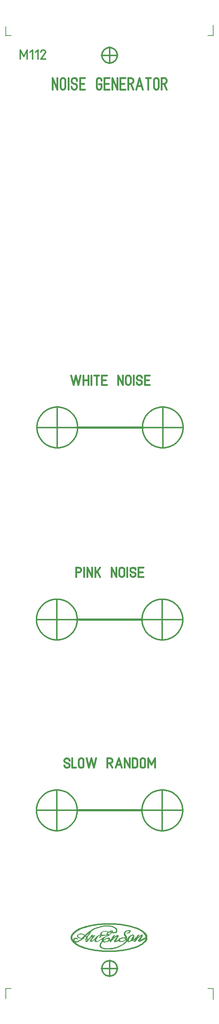
<source format=gbr>
G04 CAM350/DFMSTREAM V12.1 (Build 1022) Date:  Tue Sep 28 20:34:12 2021 *
G04 Database: d:\mes documents\projects\modular synth\m112 noise generator\front panel design\cam350\m112.cam *
G04 Layer 12: M112frontpanel.gbr *
%FSLAX23Y23*%
%MOIN*%
%SFA1.000B1.000*%

%MIA0B0*%
%IPPOS*%
%ADD10C,0.00551*%
%ADD11C,0.00787*%
%ADD12C,0.01024*%
%ADD13C,0.01102*%
%ADD14C,0.01181*%
%ADD15C,0.01260*%
%ADD16C,0.01496*%
%ADD17C,0.01654*%
%ADD18C,0.01969*%
%LNM112frontpanel.gbr*%
%LPD*%
G54D10*
X960Y620D02*
G01X965Y625D01*
X968*
X970Y627*
X974Y628*
X979*
X981Y625*
X975Y626*
X973*
X970Y625*
X968Y624*
X966Y622*
X965Y619*
X969Y618*
X972Y616*
X978*
X888Y593D02*
G01X893Y592D01*
X896Y590*
X900Y589*
X905*
X910*
X916*
X921*
X926*
X931Y590*
X935Y592*
X940Y591*
X932Y589*
X924*
X918Y587*
X912Y586*
X905*
X893*
X942Y591D02*
G01X946Y594D01*
X950*
X954Y595*
X960Y597*
X965Y600*
X969Y601*
X973Y604*
X976Y605*
X977Y607*
X979Y610*
X989Y615*
X986Y611*
X979Y607*
X974Y604*
X970Y601*
X963Y598*
X958Y596*
X951Y594*
X797Y585D02*
G01X801Y591D01*
X804Y592*
X805Y593*
X818Y583D02*
G01X821Y586D01*
X827Y589*
X823Y585*
X895Y558D02*
G01X893Y551D01*
X892Y546*
Y541*
X891Y538*
X892Y535*
X894Y532*
X897Y530*
X900Y529*
X903Y527*
X906*
X909Y526*
X919*
X923Y527*
X929Y529*
X939Y532*
X947Y533*
X956Y538*
X967Y543*
X978Y551*
X975Y550*
X961Y542*
X962Y545*
X963Y553*
Y556*
Y559*
X959Y561*
X957Y563*
X951Y564*
X946Y563*
X940Y561*
X932Y557*
X923Y553*
X914Y548*
X907Y543*
X902Y540*
X901Y545*
X902Y549*
X904Y553*
X907Y557*
X908Y561*
X914Y565*
X918Y568*
X921Y571*
X927Y574*
X904Y563D02*
G01X898Y552D01*
X896Y542*
X897Y534*
X902Y538*
X900Y539*
X901Y537*
X904Y541*
X900Y537D02*
G01X904Y540D01*
X912Y545*
X921Y551*
X929Y555*
X932Y557*
X936Y559*
X941*
X947*
X951Y558*
X954Y556*
X955Y552*
Y549*
X953Y545*
X951Y541*
X949Y539*
X946Y537*
X942Y533*
X937Y532*
X931Y530*
X926Y529*
X919*
X913*
X909Y530*
X907Y531*
X906Y532*
X903Y534*
X901Y532*
X953Y561D02*
G01X959Y557D01*
Y548*
X957Y540*
X978Y548D02*
G01Y552D01*
X997Y583*
X999Y585*
X1004Y586*
X1002Y585*
X1006Y587*
X1008*
X1010*
X999Y573*
X994Y559*
X998Y561*
X1002Y564*
Y565*
X1010Y572*
X1018Y577*
X1022Y581*
X1026Y584*
X1030Y586*
X1032Y587*
X1033Y588*
X1037*
X1040Y585*
X1041Y584*
Y580*
X1036Y571*
X1018Y542*
X1017Y539*
Y536*
X1019Y534*
X1022Y533*
X1026Y534*
X1030Y537*
X1036Y540*
X1041Y543*
X1044Y545*
X1045Y548*
X1047Y550*
X1049Y553*
X1053Y557*
X1058Y559*
X1063Y561*
X1069Y563*
X1074Y565*
X1080*
X1087*
X1093*
X1098*
X1103Y564*
X1108Y561*
X1116Y553*
X1121Y542*
X974Y545D02*
G01X970Y539D01*
X964Y528*
X972Y529*
X977Y534*
X986Y545*
X998Y558*
X1009Y569*
X1018Y576*
X1024Y580*
X1030Y581*
X1031Y580*
X1029Y573*
X1011Y545*
X1006Y538*
Y535*
Y531*
Y530*
X1008Y528*
X1010Y527*
X1015Y528*
X1018Y529*
X1032Y534*
X1041Y539*
X1045*
X1046Y537*
X1047Y535*
X1049Y533*
X1053Y532*
X1056Y531*
X1061Y530*
X1074Y531*
X1081Y532*
X1087Y533*
X1095Y537*
X1101Y541*
X1108Y546*
X1112Y550*
X1109Y557*
X1108Y558*
X1106Y560*
X1103Y561*
X1097Y563*
X1094Y564*
X1088*
X1081Y563*
X1073Y561*
X1068Y559*
X1064Y557*
X1060Y555*
X1057Y551*
X1055Y547*
X1054Y543*
Y539*
X1057Y536*
X1060Y533*
X1063Y532*
X1067*
X1076*
X1082*
X1089Y534*
X1094Y538*
X1100Y542*
X1104Y546*
X1106Y550*
X1108Y553*
X1109Y556*
X1057Y555D02*
G01X1051Y549D01*
X1045Y543*
X1049*
X1052Y537*
X1019Y531D02*
G01X1013Y532D01*
X1010Y533*
X1012Y536*
X1025Y561*
X1037Y582*
X1033Y583*
X1002Y584D02*
G01X970Y533D01*
X994Y560*
X895Y537D02*
G01X892Y533D01*
X884Y522*
X879Y514*
X874Y506*
X873Y500*
Y490*
X874Y485*
X876Y481*
X880Y476*
X885Y472*
X892Y469*
X897Y467*
X907Y465*
X904Y467D02*
G01X907Y465D01*
X916Y463*
X922*
X960Y462*
X985Y463*
X995Y466*
X1008Y469*
X1020Y472*
X1015Y470D02*
G01X1024Y474D01*
X1041Y480*
X1054Y486*
X1066Y491*
X1080Y499*
X1090Y506*
X1100Y513*
X1106Y519*
X1111Y524*
X1115Y529*
X1118Y533*
X1120Y538*
X1115Y546*
X1114Y541*
X1112Y535*
X1108Y530*
X1103Y522*
X1096Y516*
X1085Y506*
X1075Y500*
X1065Y494*
X1055Y490*
X1043Y484*
X1031Y478*
X1018Y474*
X1003Y471*
X994Y469*
X984Y468*
X973Y467*
X963Y466*
X941Y465*
X932Y466*
X922*
X915Y467*
X907Y469*
X900Y471*
X894Y473*
X890Y476*
X887Y478*
X884Y482*
X882Y485*
X880Y488*
X879Y491*
Y495*
Y500*
X880Y505*
X881Y510*
X884Y516*
X888Y521*
X891Y526*
X895Y531*
X874Y496D02*
G01X880Y482D01*
X888Y474*
X1108Y522D02*
G01X1120Y541D01*
X1108Y558D02*
G01X1109Y563D01*
X1110Y565*
Y569*
X1108Y572*
X1100Y585*
X1097Y591*
X1096Y594*
X1094Y596*
Y603*
X1096Y608*
X1097Y612*
X1101Y616*
X1106Y621*
X1111Y624*
X1117Y628*
X1122Y629*
X1128Y631*
X1132Y632*
X1145*
X1149*
X1152Y628*
X1153Y626*
X1152Y622*
X1150Y617*
X1146Y613*
X1140Y610*
X1134Y608*
X1128*
X1124Y607*
X1119*
X1121Y608*
X1126*
X1127*
X1136Y611*
X1140Y614*
X1142Y616*
X1144Y619*
X1145Y621*
Y624*
X1144Y626*
X1143Y628*
X1141*
X1139Y629*
X1136Y630*
X1131*
X1128*
X1125Y629*
X1120Y628*
X1116Y625*
X1112Y623*
X1108Y619*
X1105Y615*
X1104Y611*
X1103Y605*
X1104Y600*
X1106Y595*
X1116Y580*
X1120Y575*
Y569*
Y563*
X1118Y560*
X1116Y556*
X1113Y558*
X1116Y572*
X1113*
X1111Y580*
X1108Y581*
X1102Y593*
X1099Y600*
X1100Y611*
X1107Y621*
X1116Y627*
X1124Y629*
X1132Y631*
X1143*
X1148Y628*
Y620*
X1124Y542D02*
G01Y546D01*
X1125Y548*
X1126Y551*
X1128Y556*
X1130Y560*
X1136Y568*
X1140Y572*
X1145Y577*
X1150Y581*
X1156Y585*
X1160Y587*
X1166Y590*
X1171Y591*
X1176Y592*
X1181Y590*
X1183Y589*
X1186Y585*
X1187Y581*
Y577*
X1186Y571*
X1183Y564*
X1181Y560*
X1178Y555*
X1175Y551*
X1171Y549*
X1173Y547*
X1160Y538*
X1156Y534*
X1150Y532*
X1144Y531*
X1140Y530*
X1134*
X1131*
X1128Y532*
X1126Y534*
X1124Y537*
X1135Y541*
Y543*
X1136Y548*
X1138Y553*
X1140Y557*
X1144Y564*
X1147Y569*
X1150Y573*
X1153Y577*
X1157Y580*
X1159Y583*
X1163Y585*
X1167Y587*
X1170Y589*
X1173*
X1176Y587*
X1178Y585*
X1179Y581*
Y577*
Y573*
X1178Y574*
X1173Y568*
X1169Y563*
X1166Y557*
X1164Y552*
X1163Y547*
X1161Y545*
X1158Y541*
X1154Y537*
X1150Y534*
X1147Y533*
X1143Y532*
X1140Y533*
X1139Y534*
X1136Y535*
X1135Y539*
X1129Y536*
X1135Y533*
X1128Y541*
X1130Y545*
X1136Y560*
X1148Y574*
X1160Y586*
X1169Y589*
X1178*
X1183Y581*
X1181Y569*
X1163Y543*
X1179Y569*
X1250Y628D02*
G01X1264Y618D01*
X1276Y608*
X1283Y598*
X1289Y592*
X1293Y582*
X1296Y572*
X1292Y554*
X1291Y547*
X1270Y514D02*
G01X1278Y528D01*
X1284Y536*
X1288Y541*
X1289Y545*
X1292Y552*
X1281Y616D02*
G01X1285Y612D01*
X1294Y601*
X1300Y594*
X1304Y586*
X1306Y579*
X1307Y572*
X1306Y558*
Y554*
X1304Y547*
X1300Y539*
X1295Y532*
X1289Y526*
X1161Y542D02*
G01X1165Y539D01*
X1170Y537*
X1172Y538*
X1176Y540*
X1180Y542*
X1194Y554*
X1199Y553*
Y550*
Y549*
X1187Y531*
X1195Y532*
X1198Y533*
X1203Y540*
X1211Y549*
X1219Y561*
X1226Y566*
X1233Y573*
X1239Y578*
X1245Y582*
X1248Y584*
X1253*
X1252Y577*
X1248Y572*
X1229Y542*
X1227Y537*
X1228Y534*
X1229Y532*
X1231Y531*
X1234*
X1238Y532*
X1241*
X1292Y559*
X1299Y571*
X1294Y568*
X1239Y539*
X1242Y546*
X1262Y577*
X1263Y583*
X1264Y586*
X1263Y589*
X1261Y591*
X1257*
X1252Y589*
X1246Y586*
X1238Y580*
X1223Y566*
X1219Y561*
X1220Y570*
Y573*
X1231Y590*
Y591*
X1226Y590*
X1222Y589*
X1219Y585*
X1214Y575*
X1196Y559*
X1185Y549*
X1180Y545*
X1178Y544*
X1175Y545*
X1170Y541*
X1175*
X1183Y546*
X1191Y553*
X1202Y558*
X1200Y549*
X1194Y536*
X1217Y563*
X1203Y553*
X1219Y570*
X1202Y559*
X1219Y575*
X1226Y587*
X1212Y561*
X1222Y566*
X1225Y568*
X1230Y572*
X1238Y579*
X1246Y585*
X1256Y588*
X1261Y587*
X1230Y536*
X1236Y538*
X1234Y533*
X1292Y563*
X1234Y533*
X1235Y542*
X1258Y585*
X1100Y590D02*
G01X1108Y577D01*
X1116Y574*
X1115Y569D02*
G01X1111Y583D01*
X1104Y594*
X1096Y597*
X1104Y587*
X1116Y559*
X1112Y549*
X1120Y543*
X1128Y539*
X1132Y558*
X896Y545D02*
G01X897Y533D01*
X905Y530*
G54D11*
X1914Y8864D02*
G01X1864D01*
X1915Y99D02*
G01Y0D01*
X1917Y8866D02*
G01Y8963D01*
X4Y8863D02*
G01Y8947D01*
Y103D02*
G01Y4D01*
X736Y586D02*
G01X734Y589D01*
X729Y592*
X723Y594*
X720Y596*
X715Y598*
X710Y600*
X703*
X699Y601*
X691*
X684Y600*
X679Y599*
X675Y596*
X671Y594*
X668Y590*
X666Y586*
X665Y581*
Y579*
X667Y575*
X665Y577*
X667Y573*
X671Y570*
X667Y573*
X669Y571*
X671Y569*
X675Y567*
X679Y565*
X682Y564*
X686Y562*
Y561*
X691*
X698Y560*
X713Y559*
X728Y560*
X730*
X700Y559*
X691Y561*
X685Y563*
X680Y565*
X675Y569*
X673Y570*
X671Y572*
Y573*
X670Y576*
Y578*
Y581*
Y585*
Y587*
X671Y591*
X674Y594*
X678Y596*
X683Y598*
X689Y600*
X695*
X704*
X713Y598*
X718Y596*
X720Y594*
X727Y591*
X730Y589*
X734Y586*
X728Y581*
X713Y565*
X707Y561*
X723Y573D02*
G01X735Y589D01*
X742Y594*
X749Y600*
X754Y604*
X757Y608*
X734Y585D02*
G01X738Y581D01*
X745Y576*
X750Y569*
X747Y564*
X745Y559*
X743Y555*
X742Y550*
Y545*
Y541*
X743Y536*
X746Y532*
X747Y531*
X749Y530*
X751*
X754Y532*
X759Y536*
X770Y549*
X775Y556*
X781Y561*
X789Y573*
X790Y574*
X789Y573*
X807Y575*
X806Y570*
X805Y567*
X799Y561*
X794Y555*
X790Y549*
X787Y545*
X785Y541*
X784Y537*
X783Y533*
X784Y532*
X786Y531*
X789*
X793*
X799Y533*
X805Y537*
X813Y544*
X821Y550*
X829Y559*
X837Y566*
X844Y574*
X848Y578*
X853Y581*
X858Y584*
X862Y586*
X867Y589*
X868*
X875*
X884*
X735Y588D02*
G01X740Y583D01*
X755Y566*
X747Y558*
X746Y554*
X744Y550*
X743Y545*
Y540*
X745Y536*
X746Y533*
X751Y535*
X752Y537*
X753Y538*
Y540*
X755Y544*
Y546*
X756Y549*
Y553*
Y562*
X757Y561*
Y557*
X758Y552*
Y544*
X761Y545*
X763*
X765Y547*
X769Y551*
X775Y557*
X781Y565*
X786Y572*
X789Y576*
X793Y581*
X796Y584*
X798Y587*
X802Y590*
X799Y585*
X802Y581*
X805*
X809*
X813Y582*
X817Y584*
X820Y585*
X824Y586*
X806Y563*
X796Y549*
X793Y544*
Y540*
X792Y537*
X795Y534*
X796*
X798Y533*
X792Y532*
X787Y536*
X750Y569D02*
G01X753Y574D01*
X758Y583*
X764Y593*
X770Y600*
X775Y608*
X780Y614*
X782Y619*
X790Y623*
X784Y614*
X779Y605*
X773Y596*
X766Y589*
X762Y581*
X754Y569*
X785Y617D02*
G01X791Y624D01*
X795Y628*
X798Y631*
X802Y634*
X806Y637*
X809Y639*
X812Y641*
X815Y643*
X818Y644*
X823Y648*
X826*
X830Y651*
X833Y652*
X838Y655*
X634Y535D02*
G01Y541D01*
X633Y544*
X632Y546*
X633Y549*
X635Y551*
X636Y553*
X638Y554*
X640Y556*
X642Y557*
X647Y559*
X652*
X825Y555D02*
G01Y548D01*
X826Y539*
Y536*
X828Y533*
X829Y532*
X832Y531*
X835Y530*
X838*
X841*
X848Y532*
X853Y533*
X859Y535*
X864Y539*
X872Y545*
X880Y549*
X884Y552*
X890Y556*
X899Y561*
X909Y567*
X915Y570*
X918Y572*
X923Y574*
X928Y577*
X934Y579*
X939Y581*
X944Y582*
X950Y584*
X954*
X958Y585*
X960*
X955Y586*
X952Y588*
X947Y591*
X945Y594*
X944*
X943Y596*
X944Y600*
Y603*
X945Y605*
X946Y608*
X948Y612*
X951Y614*
X956Y620*
X961Y622*
X965Y624*
X864Y587D02*
G01X860Y584D01*
X856Y580*
X851Y575*
X847Y570*
X844Y566*
X841Y560*
X838Y555*
X836Y549*
X835Y545*
Y541*
X836Y537*
X837Y535*
X840Y533*
X842*
X845Y532*
X848*
X851Y533*
X853*
X840Y565D02*
G01X832Y553D01*
X831Y546*
X832Y535*
X795Y577D02*
G01X813Y578D01*
X870Y571D02*
G01X868D01*
X873Y574*
X875Y576*
X876Y580*
X877Y582*
Y585*
X876Y588*
X874Y589*
X871*
X869Y571D02*
G01Y570D01*
X874Y572*
X878Y573*
X880Y576*
X883Y579*
X884Y581*
Y583*
X887Y586*
X891Y588*
X892Y587*
X880Y592*
Y593*
Y601*
Y604*
X882Y608*
X884Y610*
X885Y613*
X889Y616*
X892Y619*
X896Y620*
X900Y623*
X905Y624*
X909Y625*
X915*
X922*
X927*
X931Y624*
X938Y623*
X943Y622*
X948Y620*
X951*
X956*
X892Y589D02*
G01Y591D01*
X888Y593*
Y594*
Y595*
X887Y596*
X886Y598*
Y600*
Y604*
X887Y606*
X888Y608*
Y611*
X890Y613*
X892Y616*
X894Y619*
X897Y620*
X900Y622*
X952Y618D02*
G01X947Y614D01*
X943Y612*
X941Y609*
X939Y606*
X938Y604*
X937Y600*
Y595*
Y592*
X939*
X945Y587*
X962Y621D02*
G01X966Y624D01*
X959Y618*
X960*
X967Y616*
X973Y615*
X979Y614*
X989Y615*
X985D02*
G01X986Y616D01*
Y619*
Y621*
X985Y624*
X983Y625*
X982Y626*
X979Y627*
X985*
X989Y625*
X990Y624*
X991Y623*
X990Y620*
X1914Y100D02*
G01X1864D01*
X56D02*
G01X6D01*
X55Y8864D02*
G01X5D01*
G54D12*
X624Y530D02*
G01X626Y540D01*
X628Y545*
X629Y549*
X630Y553*
X632Y556*
X635Y558*
X636Y559*
X639Y560*
X641Y561*
X659Y530D02*
G01X669Y533D01*
X678Y538*
X685Y541*
X692Y546*
X701Y553*
X715Y565*
X744Y594*
X754Y603*
X766Y614*
X774Y621*
X785Y629*
X798Y638*
X810Y644*
X827Y652*
X844Y657*
X860Y663*
X878Y667*
X894Y671*
X907Y674*
X918Y675*
X954*
X966Y674*
X974Y672*
X989Y667*
X1002Y662*
X1013Y655*
X1019Y649*
X1024Y644*
X1026Y636*
Y628*
X1025Y623*
X1022Y620*
X1018Y616*
X1010Y614*
X998Y613*
X990*
X1011Y656D02*
G01X1018Y651D01*
X1021Y647*
X1023Y642*
X1025Y635*
Y630*
X1023Y624*
X1022Y620*
X1019Y619*
X1017Y617*
X781Y458D02*
G01X744Y469D01*
X712Y481*
X696Y487*
X683Y493*
X671Y500*
X663Y504*
X657Y508*
X653Y511*
X647Y515*
X644Y518*
Y520*
X639Y529*
X704Y554D02*
G01X719Y566D01*
X723Y572*
X731Y579*
X739Y589*
X747Y595*
X753Y601*
X758Y608*
G54D13*
X660Y532D02*
G01X659Y531D01*
X658*
X657*
Y531*
Y530*
X656*
X655*
X654*
X653*
X652*
X651*
X650*
X649*
X648*
Y531*
X647*
X646*
X645*
Y532*
X644*
X643*
X642*
X641*
Y533*
X640*
X639Y534*
X638*
X637Y535*
X636Y536*
Y537*
X635*
X634*
Y538*
Y539*
X633*
Y540*
Y541*
X632*
Y542*
Y543*
Y544*
X631*
Y545*
Y546*
Y547*
Y548*
Y549*
X632*
Y550*
Y551*
Y552*
Y553*
X633*
X634Y554*
Y555*
X635*
Y556*
X636Y557*
X637*
X638Y558*
X639*
X640Y559*
X641*
Y560*
X642*
X643*
X644Y561*
X645*
X646*
X647*
X648*
X649*
X650*
X651*
X652*
X653*
X654*
Y560*
X655*
X656*
X657*
Y559*
X658*
X659*
Y558*
X660*
X661*
Y557*
X662*
X663*
Y556*
X664*
X665Y555*
G54D14*
X887Y283D02*
G01X1036D01*
X887*
X632Y3388D02*
G01X630Y3385D01*
X628Y3382*
X626Y3380*
X624Y3376*
X621Y3373*
X619Y3371*
X616Y3368*
X613Y3365*
X611Y3363*
X608Y3360*
X606Y3357*
X603Y3355*
X600Y3352*
X597Y3350*
X595Y3348*
X593Y3345*
X589Y3344*
X587Y3341*
X584Y3340*
X581Y3337*
X577Y3335*
X574Y3333*
X571Y3331*
X568Y3329*
X565Y3328*
X561Y3325*
X558Y3324*
X555Y3322*
X551Y3321*
X548Y3319*
X545Y3318*
X541Y3317*
X537Y3316*
X533Y3314*
X531Y3313*
X527Y3312*
X524Y3311*
X520Y3310*
X517Y3309*
X513*
X509Y3308*
X506Y3307*
X502*
X498Y3306*
X494*
X490Y3305*
X487*
X483*
X479*
X476*
X472*
X469*
X466*
X462*
X458Y3306*
X455*
X451Y3307*
X447*
X443Y3308*
X439Y3309*
X435*
X432Y3310*
X428Y3311*
X425Y3312*
X421Y3313*
X418Y3314*
X415Y3316*
X411Y3317*
X407Y3318*
X404Y3320*
X401Y3321*
X398Y3322*
X395Y3324*
X392Y3325*
X388Y3328*
X384Y3329*
X381Y3331*
X378Y3333*
X375Y3335*
X372Y3337*
X368Y3340*
X365Y3341*
X363Y3344*
X360Y3345*
X356Y3348*
X354Y3350*
X351Y3352*
X348Y3355*
X346Y3357*
X344Y3360*
X341Y3363*
X339Y3365*
X337Y3368*
X334Y3371*
X332Y3373*
X329Y3376*
X327Y3380*
X325Y3382*
X323Y3385*
X321Y3388*
X318Y3392*
X317Y3395*
X314Y3398*
X313Y3401*
X311Y3404*
X309Y3407*
X307Y3411*
X305Y3414*
X304Y3417*
X302Y3421*
X301Y3424*
X300Y3427*
X299Y3431*
X297Y3435*
Y3438*
X295Y3442*
X294Y3445*
X293Y3449*
Y3452*
X292Y3456*
X291Y3460*
X290Y3463*
Y3467*
X289Y3470*
Y3474*
Y3478*
Y3482*
Y3485*
Y3489*
X288Y3493*
X289Y3496*
Y3500*
Y3504*
Y3507*
Y3511*
Y3515*
X290Y3518*
Y3522*
X291Y3526*
X292Y3530*
X293Y3533*
Y3536*
X294Y3540*
X295Y3543*
X297Y3547*
Y3550*
X299Y3554*
X300Y3557*
X301Y3561*
X303Y3565*
X304Y3568*
X305Y3572*
X307Y3575*
X309Y3578*
X311Y3581*
X313Y3585*
X314Y3588*
X317Y3591*
X318Y3594*
X321Y3596*
X323Y3600*
X325Y3603*
X327Y3605*
X329Y3608*
X332Y3612*
X334Y3614*
X337Y3617*
X339Y3620*
X341Y3623*
X344Y3625*
X346Y3628*
X348Y3630*
X351Y3633*
X354Y3636*
X356Y3638*
X360Y3640*
X363Y3643*
X365Y3644*
X368Y3647*
X372Y3649*
X375Y3652*
X378Y3653*
X381Y3655*
X384Y3657*
X388Y3658*
X392Y3659*
X395Y3661*
X398Y3663*
X401Y3664*
X405Y3666*
X407Y3667*
X411Y3668*
X415Y3670*
X418Y3671*
X421*
X425Y3673*
X428Y3674*
X432Y3675*
X435*
X439Y3676*
X443Y3677*
X447Y3678*
X451*
X455Y3679*
X458*
X462*
X466*
X469*
X472*
X476*
X479*
X483*
X487*
X490*
X494*
X498*
X502Y3678*
X506*
X509Y3677*
X513Y3676*
X517Y3675*
X520*
X524Y3674*
X527Y3673*
X531Y3671*
X533*
X537Y3670*
X541Y3668*
X545Y3667*
X548Y3666*
X551Y3664*
X555Y3663*
X558Y3661*
X561Y3659*
X565Y3658*
X568Y3657*
X571Y3655*
X574Y3653*
X577Y3652*
X581Y3649*
X584Y3647*
X587Y3644*
X589Y3643*
X593Y3640*
X595Y3638*
X597Y3636*
X600Y3633*
X603Y3630*
X606Y3628*
X608Y3625*
X611Y3623*
X613Y3620*
X616Y3617*
X619Y3614*
X621Y3612*
X624Y3608*
X626Y3605*
X628Y3603*
X630Y3600*
X632Y3596*
X635Y3594*
X636Y3591*
X638Y3588*
X640Y3585*
X642Y3581*
X644Y3578*
X645Y3575*
X647Y3572*
X648Y3568*
X650Y3565*
X651Y3561*
X652Y3557*
X654Y3554*
X655Y3550*
X656Y3547*
X657Y3543*
Y3540*
X658Y3536*
X659Y3533*
Y3530*
X660Y3526*
X661Y3522*
Y3518*
X662Y3515*
Y3511*
X663Y3507*
Y3504*
Y3500*
Y3496*
Y3493*
Y3489*
Y3485*
Y3482*
Y3478*
X662Y3474*
Y3470*
X661Y3467*
Y3463*
X660Y3460*
X659Y3456*
Y3452*
X658Y3449*
X657Y3445*
Y3442*
X656Y3438*
X655Y3435*
X654Y3431*
X652Y3427*
X651Y3424*
X650Y3420*
X648Y3417*
X647Y3414*
X645Y3411*
X644Y3407*
X642Y3404*
X640Y3401*
X638Y3398*
X636Y3395*
X635Y3392*
X632Y3388*
X288Y3493D02*
G01X663D01*
X475Y3680D02*
G01X476Y3305D01*
X1603Y3388D02*
G01X1600Y3385D01*
X1599Y3382*
X1596Y3380*
X1594Y3376*
X1593Y3373*
X1590Y3371*
X1588Y3368*
X1585Y3365*
X1583Y3363*
X1580Y3360*
X1577Y3357*
X1575Y3355*
X1572Y3352*
X1569Y3350*
X1566Y3348*
X1563Y3345*
X1561Y3344*
X1557Y3341*
X1554Y3340*
X1551Y3337*
X1548Y3335*
X1545Y3333*
X1541Y3331*
X1538Y3329*
X1535Y3328*
X1532Y3325*
X1530Y3324*
X1526Y3322*
X1522Y3321*
X1519Y3319*
X1516Y3318*
X1512Y3317*
X1509Y3316*
X1505Y3314*
X1502Y3313*
X1498Y3312*
X1494Y3311*
X1490Y3310*
X1487Y3309*
X1483*
X1479Y3308*
X1476Y3307*
X1472*
X1469Y3306*
X1466*
X1462Y3305*
X1459*
X1455*
X1451*
X1447*
X1443*
X1440*
X1436*
X1433*
X1429Y3306*
X1425*
X1422Y3307*
X1418*
X1415Y3308*
X1411Y3309*
X1407*
X1404Y3310*
X1400Y3311*
X1397Y3312*
X1393Y3313*
X1390Y3314*
X1386Y3316*
X1383Y3317*
X1379Y3318*
X1376Y3320*
X1372Y3321*
X1368Y3322*
X1365Y3324*
X1362Y3325*
X1359Y3328*
X1356Y3329*
X1352Y3331*
X1349Y3333*
X1346Y3335*
X1344Y3337*
X1341Y3340*
X1337Y3341*
X1334Y3344*
X1332Y3345*
X1329Y3348*
X1325Y3350*
X1323Y3352*
X1320Y3355*
X1317Y3357*
X1314Y3360*
X1312Y3363*
X1309Y3365*
X1307Y3368*
X1305Y3371*
X1302Y3373*
X1300Y3376*
X1297Y3380*
X1295Y3382*
X1293Y3385*
X1291Y3388*
X1289Y3392*
X1287Y3395*
X1285Y3398*
X1283Y3401*
X1282Y3404*
X1281Y3407*
X1279Y3411*
X1278Y3414*
X1276Y3417*
X1274Y3421*
X1273Y3424*
X1272Y3427*
X1270Y3431*
X1269Y3435*
X1268Y3438*
X1267Y3442*
X1266Y3445*
X1265Y3449*
X1264Y3452*
X1263Y3456*
X1262Y3460*
Y3463*
Y3467*
X1261Y3470*
Y3474*
X1260Y3478*
Y3482*
Y3485*
Y3489*
Y3493*
Y3496*
Y3500*
Y3504*
Y3507*
X1261Y3511*
Y3515*
X1262Y3518*
Y3522*
Y3526*
X1263Y3530*
X1264Y3533*
X1265Y3536*
X1266Y3540*
X1267Y3543*
X1268Y3547*
X1269Y3550*
X1270Y3554*
X1272Y3557*
X1273Y3561*
X1274Y3565*
X1276Y3568*
X1278Y3572*
X1279Y3575*
X1281Y3578*
X1282Y3581*
X1283Y3585*
X1285Y3588*
X1287Y3591*
X1289Y3594*
X1291Y3596*
X1293Y3600*
X1295Y3603*
X1297Y3605*
X1300Y3608*
X1302Y3612*
X1305Y3614*
X1307Y3617*
X1309Y3620*
X1312Y3623*
X1315Y3625*
X1317Y3628*
X1320Y3630*
X1323Y3633*
X1325Y3636*
X1329Y3638*
X1332Y3640*
X1334Y3643*
X1337Y3644*
X1341Y3647*
X1344Y3649*
X1346Y3652*
X1349Y3653*
X1352Y3655*
X1356Y3657*
X1359Y3658*
X1362Y3659*
X1365Y3661*
X1368Y3663*
X1372Y3664*
X1376Y3666*
X1379Y3667*
X1383Y3668*
X1386Y3670*
X1390Y3671*
X1393*
X1397Y3673*
X1400Y3674*
X1404Y3675*
X1407*
X1411Y3676*
X1415Y3677*
X1418Y3678*
X1422*
X1425Y3679*
X1429*
X1433*
X1436*
X1440*
X1443*
X1447*
X1451*
X1455*
X1459*
X1462*
X1466*
X1469*
X1472Y3678*
X1476*
X1479Y3677*
X1483Y3676*
X1487Y3675*
X1490*
X1494Y3674*
X1498Y3673*
X1502Y3671*
X1505*
X1509Y3670*
X1512Y3668*
X1516Y3667*
X1519Y3666*
X1522Y3664*
X1526Y3663*
X1530Y3661*
X1532Y3659*
X1535Y3658*
X1538Y3657*
X1541Y3655*
X1545Y3653*
X1548Y3652*
X1551Y3649*
X1554Y3647*
X1557Y3644*
X1561Y3643*
X1563Y3640*
X1566Y3638*
X1569Y3636*
X1572Y3633*
X1575Y3630*
X1577Y3628*
X1581Y3625*
X1583Y3623*
X1585Y3620*
X1588Y3617*
X1590Y3614*
X1593Y3612*
X1594Y3608*
X1596Y3605*
X1599Y3603*
X1600Y3600*
X1603Y3596*
X1605Y3594*
X1607Y3591*
X1608Y3588*
X1611Y3585*
X1612Y3581*
X1614Y3578*
X1616Y3575*
X1617Y3572*
X1619Y3568*
X1620Y3565*
X1622Y3561*
X1623Y3557*
X1624Y3554*
X1626Y3550*
X1627Y3547*
X1628Y3543*
X1629Y3540*
X1630Y3536*
X1631Y3533*
X1632Y3530*
Y3526*
X1633Y3522*
Y3518*
X1634Y3515*
Y3511*
X1635Y3507*
Y3504*
Y3500*
Y3496*
Y3493*
Y3489*
Y3485*
Y3482*
Y3478*
X1634Y3474*
Y3470*
X1633Y3467*
Y3463*
X1632Y3460*
Y3456*
X1631Y3452*
X1630Y3449*
X1629Y3445*
X1628Y3442*
X1627Y3438*
X1626Y3435*
X1624Y3431*
X1623Y3427*
X1622Y3424*
X1620Y3420*
X1619Y3417*
X1617Y3414*
X1616Y3411*
X1614Y3407*
X1612Y3404*
X1611Y3401*
X1608Y3398*
X1607Y3395*
X1605Y3392*
X1603Y3388*
X1260Y3493D02*
G01X1635D01*
X1447Y3680D02*
G01Y3305D01*
X962Y358D02*
G01X961Y209D01*
X1020Y8644D02*
G01X1019D01*
X1018Y8642*
Y8641*
X1017Y8640*
X1016Y8639*
X1015Y8637*
X1014Y8636*
X1013*
X1012Y8635*
X1011Y8633*
X1010Y8632*
X1009*
X1008Y8631*
X1007Y8629*
X1006Y8628*
X1005*
X1003Y8627*
X1002Y8626*
X1001Y8625*
X1000Y8624*
X998*
Y8623*
X996Y8622*
X995Y8621*
X994Y8620*
X993*
X991*
X990Y8619*
X989Y8618*
X987*
X986Y8617*
X985*
X984Y8616*
X982*
X981*
X980Y8615*
X978*
X977*
X976Y8614*
X974*
X973*
X971Y8613*
X970*
X969*
X968Y8612*
X967*
X966*
X964*
X963*
X961*
X960*
X959*
X957*
X955*
Y8613*
X953*
X951*
X950*
X949Y8614*
X947*
X946*
X944Y8615*
X943*
X942*
X940Y8616*
X939*
X938*
X936Y8617*
X935*
X934Y8618*
X932*
X931Y8619*
X930Y8620*
X929*
X927*
Y8621*
X925Y8622*
X924Y8623*
X923Y8624*
X922*
X921Y8625*
X919Y8626*
Y8627*
X917Y8628*
X916*
X915Y8629*
X914Y8631*
X913Y8632*
X912*
X911Y8633*
X910Y8635*
X909Y8636*
X908*
X907Y8637*
Y8639*
X906Y8640*
X905Y8641*
X904Y8642*
Y8644*
X903*
X902Y8646*
X901Y8647*
X900Y8648*
Y8649*
X899Y8651*
Y8652*
X898Y8653*
X897Y8654*
X896Y8656*
Y8657*
Y8657*
X895Y8659*
X894Y8661*
X893Y8663*
X892Y8665*
Y8667*
Y8669*
Y8671*
X891Y8672*
Y8673*
Y8675*
Y8676*
Y8678*
Y8679*
Y8680*
Y8682*
X890Y8683*
X891Y8684*
Y8686*
Y8687*
Y8689*
Y8690*
Y8691*
Y8693*
Y8695*
X892*
Y8697*
Y8699*
Y8700*
Y8701*
X893Y8703*
Y8704*
X894Y8706*
X895Y8707*
Y8708*
X896Y8710*
Y8711*
Y8712*
X897Y8714*
X898Y8715*
X899Y8716*
Y8717*
X900Y8719*
X901Y8720*
X902Y8721*
X903Y8722*
X904Y8723*
Y8725*
X905Y8726*
X906Y8727*
X907Y8728*
Y8729*
X908Y8730*
X909Y8731*
X910Y8732*
X911Y8734*
X912*
X913Y8735*
X914Y8736*
X915Y8737*
X916Y8738*
X917*
X919Y8739*
Y8740*
X921Y8741*
X922Y8742*
X923*
X924Y8743*
X925Y8744*
X927Y8745*
Y8746*
X929*
X930*
X931Y8747*
X932Y8748*
X934Y8749*
X935*
X936Y8750*
X938*
X939*
X940Y8751*
X942*
X943Y8752*
X944*
X946Y8753*
X947*
X949*
X950Y8754*
X951*
X953*
X955*
X957*
X959*
X960*
X961*
X963*
X964*
X966*
X967*
X968*
X969*
X970*
X971*
X973Y8753*
X974*
X976*
X977Y8752*
X978*
X980Y8751*
X981*
X982Y8750*
X984*
X985*
X986Y8749*
X988Y8748*
X989*
X990Y8747*
X991Y8746*
X993*
X994*
X995Y8745*
X996Y8744*
X998Y8743*
Y8742*
X1000*
X1001Y8741*
X1002Y8740*
X1003Y8739*
X1005Y8738*
X1006*
X1007Y8737*
X1008Y8736*
X1009Y8735*
X1010Y8734*
X1011Y8733*
X1012Y8732*
X1013Y8731*
X1014Y8730*
X1015Y8729*
X1016Y8728*
X1017Y8727*
X1018Y8726*
Y8725*
X1019Y8723*
X1020Y8722*
X1021Y8721*
X1022Y8720*
Y8719*
X1023*
X1024Y8717*
Y8716*
X1025Y8715*
X1026Y8714*
Y8712*
Y8711*
X1027Y8710*
Y8708*
X1028Y8707*
X1029Y8706*
Y8704*
X1030Y8703*
Y8701*
Y8700*
Y8699*
Y8697*
Y8695*
X1031*
Y8693*
Y8691*
X1032Y8690*
Y8689*
Y8687*
Y8686*
Y8684*
Y8683*
Y8682*
Y8680*
Y8679*
Y8678*
X1031Y8676*
Y8675*
Y8673*
Y8672*
X1030Y8671*
Y8669*
Y8667*
Y8665*
Y8663*
X1029*
Y8661*
X1028Y8659*
X1027*
Y8657*
X1026Y8656*
Y8654*
X1025Y8653*
X1024Y8652*
Y8651*
X1023Y8649*
X1022Y8648*
Y8647*
X1021Y8646*
X1020Y8644*
X887Y8683D02*
G01X1036D01*
X887*
X962Y8758D02*
G01X961Y8608D01*
X1020Y244D02*
G01X1019Y243D01*
X1018Y242*
Y241*
X1017Y239*
X1016Y238*
X1015Y237*
X1014Y236*
X1013Y235*
X1012Y234*
X1011Y233*
X1010Y232*
X1009Y231*
X1008Y230*
X1007Y229*
X1006Y228*
X1005Y227*
X1003Y226*
X1002*
X1001Y225*
X1000Y224*
X998Y223*
Y222*
X996*
X995Y221*
X994Y220*
X993*
X991Y219*
X990*
X989*
X987*
X986Y218*
X985*
X984Y217*
X982Y216*
X981*
X980Y215*
X978*
X977*
X976*
X974*
X973*
X971Y214*
X970*
X969*
X968*
X967Y213*
X966*
X964*
X963*
X961*
X960*
X959*
X957*
X955*
Y214*
X953*
X951*
X950*
X949Y215*
X947*
X946*
X944*
X943*
X942*
X940Y216*
X939*
X938Y217*
X936Y218*
X935*
X934Y219*
X932*
X931*
X930*
X929Y220*
X927*
Y221*
X925Y222*
X924*
X923Y223*
X922Y224*
X921Y225*
X919Y226*
X917Y227*
X916Y228*
X915Y229*
X914Y230*
X913Y231*
X912Y232*
X911Y233*
X910Y234*
X909Y235*
X908Y236*
X907Y237*
Y238*
X906Y239*
X905Y241*
X904Y242*
Y243*
X903Y244*
X902Y246*
X901*
X900Y248*
Y249*
X899Y250*
Y251*
X898Y253*
X897Y254*
X896Y255*
Y257*
Y258*
X895Y259*
Y260*
X894Y262*
X893Y263*
Y264*
X892Y266*
Y267*
Y268*
Y270*
Y271*
X891Y273*
Y274*
Y275*
Y277*
Y278*
Y279*
Y281*
Y282*
X890Y283*
X891Y284*
Y285*
Y287*
Y289*
Y291*
Y293*
Y294*
X892Y295*
Y297*
Y298*
Y300*
Y301*
X893Y302*
Y304*
X894Y305*
X895Y306*
Y308*
X896Y309*
Y310*
Y312*
X897Y313*
X898Y314*
X899Y316*
Y317*
X900Y318*
Y319*
X901Y321*
X902*
X903Y323*
X904Y324*
Y325*
X905Y326*
X906Y328*
X907Y329*
Y329*
X908Y331*
X909Y332*
X910Y333*
X911Y334*
X912Y335*
X913Y336*
X914Y337*
X915*
X916Y338*
X917Y339*
X919Y340*
Y341*
X921*
X922Y342*
X923Y343*
X924Y344*
X925*
X927*
Y345*
X929*
X930Y346*
X931Y347*
X932Y348*
X934*
X935*
X936Y349*
X938*
X939Y350*
X940Y351*
X942*
X943Y352*
X944*
X946*
X947*
X949*
X950Y353*
X951*
X953*
X955*
X957*
X959*
X960*
X961*
X963*
X964*
X966*
X967*
X968*
X969*
X970*
X971*
X973Y352*
X974*
X976*
X977*
X978*
X980Y351*
X981*
X982Y350*
X984Y349*
X985*
X986Y348*
X988*
X989*
X990Y347*
X991Y346*
X993Y345*
X994*
X995Y344*
X996*
X998*
Y343*
X1000Y342*
X1001Y341*
X1002*
X1003Y340*
X1005Y339*
X1006Y338*
X1007Y337*
X1008*
X1009Y336*
X1010Y335*
X1011Y333*
X1012*
X1013Y332*
X1014Y331*
X1015Y329*
X1016*
X1017Y328*
X1018Y326*
Y325*
X1019Y324*
X1020Y323*
X1021Y321*
X1022*
Y319*
X1023Y318*
X1024Y317*
Y316*
X1025Y314*
X1026Y313*
Y312*
Y310*
X1027Y309*
Y308*
X1028Y306*
X1029Y305*
Y304*
X1030Y302*
Y301*
Y300*
Y298*
Y297*
Y295*
X1031Y294*
Y293*
Y291*
X1032Y289*
Y287*
Y285*
Y284*
Y283*
Y282*
Y281*
Y279*
Y278*
X1031Y277*
Y275*
Y274*
Y273*
X1030Y271*
Y270*
Y268*
Y267*
Y266*
Y264*
X1029Y263*
Y262*
X1028Y260*
X1027Y259*
Y258*
X1026Y256*
Y255*
Y254*
X1025Y253*
X1024Y251*
Y250*
X1023Y249*
X1022Y248*
Y246*
X1021*
X1020Y244*
X636Y5156D02*
G01X634Y5152D01*
X632Y5149*
X630Y5147*
X628Y5144*
X625Y5140*
X623Y5138*
X620Y5135*
X617Y5132*
X615Y5129*
X612Y5127*
X610Y5124*
X607Y5122*
X604Y5119*
X601Y5116*
X599Y5114*
X596Y5112*
X593Y5109*
X591Y5108*
X588Y5105*
X585Y5103*
X581Y5100*
X578Y5099*
X575Y5097*
X572Y5095*
X569Y5094*
X565Y5093*
X561Y5091*
X558Y5089*
X555Y5088*
X551Y5086*
X548Y5085*
X545Y5084*
X541Y5082*
X537Y5081*
X534*
X531Y5079*
X528Y5078*
X524Y5077*
X521*
X517Y5076*
X513Y5075*
X510Y5074*
X506*
X502Y5073*
X498*
X494*
X491*
X487*
X483*
X480Y5072*
X476Y5073*
X472*
X469*
X466*
X462*
X459*
X455Y5074*
X451*
X447Y5075*
X443Y5076*
X439Y5077*
X436*
X432Y5078*
X429Y5079*
X425Y5081*
X422*
X419Y5082*
X415Y5084*
X411Y5085*
X407Y5086*
X405Y5088*
X402Y5089*
X399Y5091*
X396Y5093*
X392Y5094*
X388Y5095*
X385Y5097*
X382Y5099*
X379Y5100*
X376Y5103*
X372Y5105*
X369Y5108*
X367Y5109*
X364Y5112*
X360Y5114*
X358Y5116*
X355Y5119*
X352Y5122*
X350Y5124*
X347Y5127*
X344Y5129*
X343Y5132*
X341Y5135*
X338Y5138*
X336Y5140*
X333Y5144*
X331Y5147*
X329Y5149*
X327Y5152*
X325Y5156*
X322Y5158*
X321Y5161*
X318Y5164*
X317Y5167*
X315Y5171*
X313Y5174*
X311Y5177*
X309Y5180*
X308Y5184*
X306Y5187*
X305Y5191*
X304Y5195*
X303Y5198*
X301Y5202*
Y5205*
X299Y5209*
X298Y5212*
X297Y5216*
Y5219*
X296Y5222*
X295Y5226*
X294Y5230*
Y5234*
X293Y5237*
Y5241*
Y5245*
Y5248*
Y5252*
Y5256*
Y5259*
Y5263*
Y5267*
Y5270*
Y5274*
Y5278*
Y5282*
X294Y5285*
Y5289*
X295Y5292*
X296Y5296*
X297Y5300*
Y5303*
X298Y5307*
X299Y5310*
X301Y5314*
Y5317*
X303Y5321*
X304Y5325*
X305Y5328*
X307Y5332*
X308Y5335*
X309Y5338*
X311Y5341*
X313Y5344*
X315Y5348*
X317Y5351*
X318Y5354*
X321Y5357*
X322Y5360*
X325Y5364*
X327Y5367*
X329Y5370*
X331Y5372*
X333Y5376*
X336Y5379*
X338Y5381*
X341Y5384*
X343Y5387*
X344Y5389*
X347Y5392*
X350Y5395*
X352Y5397*
X355Y5400*
X358Y5402*
X360Y5404*
X364Y5407*
X367Y5408*
X369Y5411*
X372Y5412*
X376Y5415*
X379Y5417*
X382Y5419*
X385Y5421*
X388Y5423*
X392Y5424*
X396Y5427*
X399Y5428*
X402Y5430*
X405Y5431*
X408Y5433*
X411Y5434*
X415Y5435*
X419Y5436*
X422Y5438*
X425Y5439*
X429Y5440*
X432Y5441*
X436Y5442*
X439Y5443*
X443*
X447Y5444*
X451Y5445*
X455*
X459Y5446*
X462*
X466Y5447*
X469*
X472*
X476*
X480*
X483*
X487*
X491*
X494*
X498Y5446*
X502*
X506Y5445*
X510*
X513Y5444*
X517Y5443*
X521*
X524Y5442*
X528Y5441*
X531Y5440*
X534Y5439*
X537Y5438*
X541Y5436*
X545Y5435*
X548Y5434*
X552Y5432*
X555Y5431*
X558Y5430*
X561Y5428*
X565Y5427*
X569Y5424*
X572Y5423*
X575Y5421*
X578Y5419*
X581Y5417*
X585Y5415*
X588Y5412*
X591Y5411*
X593Y5408*
X596Y5407*
X599Y5404*
X601Y5402*
X604Y5400*
X607Y5397*
X610Y5395*
X612Y5392*
X615Y5389*
X617Y5387*
X620Y5384*
X623Y5381*
X625Y5379*
X628Y5376*
X630Y5372*
X632Y5370*
X634Y5367*
X636Y5364*
X639Y5360*
X640Y5357*
X642Y5354*
X644Y5351*
X646Y5348*
X648Y5344*
X649Y5341*
X651Y5338*
X652Y5335*
X654Y5331*
X655Y5328*
X656Y5325*
X657Y5321*
X658Y5317*
X659Y5314*
X660Y5310*
X661Y5307*
X662Y5303*
X663Y5300*
Y5296*
X664Y5292*
X665Y5289*
Y5285*
X666Y5282*
Y5278*
X667Y5274*
Y5270*
Y5267*
Y5263*
Y5259*
Y5256*
Y5252*
Y5248*
Y5245*
X666Y5241*
Y5237*
X665Y5234*
Y5230*
X664Y5226*
X663Y5222*
Y5219*
X662Y5216*
X661Y5212*
X660Y5209*
X659Y5205*
X658Y5202*
X657Y5198*
X656Y5195*
X655Y5191*
X654Y5187*
X652Y5184*
X651Y5180*
X649Y5177*
X648Y5174*
X646Y5171*
X644Y5167*
X642Y5164*
X640Y5161*
X639Y5158*
X636Y5156*
X292Y5259D02*
G01X667D01*
X479Y5447D02*
G01X480Y5072D01*
X1607Y5156D02*
G01X1604Y5152D01*
X1603Y5149*
X1600Y5147*
X1598Y5144*
X1596Y5140*
X1594Y5138*
X1592Y5135*
X1589Y5132*
X1587Y5129*
X1584Y5127*
X1581Y5124*
X1579Y5122*
X1576Y5119*
X1573Y5116*
X1570Y5114*
X1567Y5112*
X1565Y5109*
X1561Y5108*
X1558Y5105*
X1555Y5103*
X1552Y5100*
X1549Y5099*
X1545Y5097*
X1542Y5095*
X1539Y5094*
X1536Y5093*
X1533Y5091*
X1530Y5089*
X1526Y5088*
X1523Y5086*
X1520Y5085*
X1516Y5084*
X1513Y5082*
X1509Y5081*
X1506*
X1502Y5079*
X1498Y5078*
X1494Y5077*
X1491*
X1487Y5076*
X1483Y5075*
X1480Y5074*
X1476*
X1473Y5073*
X1469*
X1466*
X1463*
X1459*
X1455*
X1451Y5072*
X1447Y5073*
X1443*
X1440*
X1436*
X1432*
X1429*
X1425Y5074*
X1421*
X1418Y5075*
X1414Y5076*
X1410Y5077*
X1407*
X1404Y5078*
X1400Y5079*
X1396Y5081*
X1393*
X1390Y5082*
X1386Y5084*
X1383Y5085*
X1380Y5086*
X1376Y5088*
X1372Y5089*
X1369Y5091*
X1366Y5093*
X1363Y5094*
X1360Y5095*
X1356Y5097*
X1353Y5099*
X1350Y5100*
X1347Y5103*
X1344Y5105*
X1341Y5108*
X1338Y5109*
X1336Y5112*
X1333Y5114*
X1329Y5116*
X1327Y5119*
X1324Y5122*
X1321Y5124*
X1318Y5127*
X1316Y5129*
X1313Y5132*
X1311Y5135*
X1309Y5138*
X1306Y5140*
X1304Y5144*
X1301Y5147*
X1299Y5149*
X1297Y5152*
X1295Y5156*
X1293Y5158*
X1291Y5161*
X1289Y5164*
X1287Y5167*
X1285Y5171*
X1284Y5174*
X1282Y5177*
Y5180*
X1280Y5184*
X1278Y5187*
X1277Y5191*
X1276Y5195*
X1274Y5198*
X1273Y5202*
X1272Y5205*
X1271Y5209*
X1270Y5212*
X1269Y5216*
X1268Y5219*
X1267Y5222*
X1266Y5226*
Y5230*
Y5234*
X1265Y5237*
Y5241*
X1264Y5245*
Y5248*
Y5252*
Y5256*
X1263Y5259*
X1264Y5263*
Y5267*
Y5270*
Y5274*
X1265Y5278*
Y5282*
X1266Y5285*
Y5289*
Y5292*
X1267Y5296*
X1268Y5300*
X1269Y5303*
X1270Y5307*
X1271Y5310*
X1272Y5314*
X1273Y5317*
X1274Y5321*
X1276Y5325*
X1277Y5328*
X1278Y5332*
X1280Y5335*
X1282Y5338*
Y5341*
X1284Y5344*
X1285Y5348*
X1287Y5351*
X1289Y5354*
X1291Y5357*
X1293Y5360*
X1295Y5364*
X1297Y5367*
X1299Y5370*
X1301Y5372*
X1304Y5376*
X1306Y5379*
X1309Y5381*
X1311Y5384*
X1313Y5387*
X1316Y5389*
X1319Y5392*
X1321Y5395*
X1324Y5397*
X1327Y5400*
X1329Y5402*
X1333Y5404*
X1336Y5407*
X1338Y5408*
X1341Y5411*
X1344Y5412*
X1347Y5415*
X1350Y5417*
X1353Y5419*
X1356Y5421*
X1360Y5423*
X1363Y5424*
X1366Y5427*
X1369Y5428*
X1372Y5430*
X1376Y5431*
X1380Y5433*
X1383Y5434*
X1386Y5435*
X1390Y5436*
X1393Y5438*
X1396Y5439*
X1400Y5440*
X1404Y5441*
X1407Y5442*
X1410Y5443*
X1414*
X1418Y5444*
X1421Y5445*
X1425*
X1429Y5446*
X1432*
X1436Y5447*
X1440*
X1443*
X1447*
X1451*
X1455*
X1459*
X1463*
X1466*
X1469Y5446*
X1473*
X1476Y5445*
X1480*
X1483Y5444*
X1487Y5443*
X1491*
X1494Y5442*
X1498Y5441*
X1502Y5440*
X1506Y5439*
X1509Y5438*
X1513Y5436*
X1516Y5435*
X1520Y5434*
X1523Y5432*
X1526Y5431*
X1530Y5430*
X1533Y5428*
X1536Y5427*
X1539Y5424*
X1542Y5423*
X1545Y5421*
X1549Y5419*
X1552Y5417*
X1555Y5415*
X1558Y5412*
X1561Y5411*
X1565Y5408*
X1567Y5407*
X1570Y5404*
X1573Y5402*
X1576Y5400*
X1579Y5397*
X1581Y5395*
X1585Y5392*
X1587Y5389*
X1589Y5387*
X1592Y5384*
X1594Y5381*
X1596Y5379*
X1598Y5376*
X1600Y5372*
X1603Y5370*
X1604Y5367*
X1607Y5364*
X1609Y5360*
X1611Y5357*
X1612Y5354*
X1615Y5351*
X1616Y5348*
X1618Y5344*
X1620Y5341*
X1621Y5338*
X1623Y5335*
X1624Y5331*
X1625Y5328*
X1627Y5325*
X1628Y5321*
X1629Y5317*
X1630Y5314*
X1632Y5310*
Y5307*
X1633Y5303*
X1634Y5300*
X1635Y5296*
X1636Y5292*
Y5289*
X1637Y5285*
Y5282*
X1638Y5278*
Y5274*
X1639Y5270*
Y5267*
Y5263*
Y5259*
Y5256*
Y5252*
Y5248*
X1638Y5245*
Y5241*
X1637Y5237*
Y5234*
X1636Y5230*
Y5226*
X1635Y5222*
X1634Y5219*
X1633Y5216*
X1632Y5212*
Y5209*
X1630Y5205*
X1629Y5202*
X1628Y5198*
X1627Y5195*
X1625Y5191*
X1624Y5187*
X1623Y5184*
X1621Y5180*
X1620Y5177*
X1618Y5174*
X1616Y5171*
X1615Y5167*
X1612Y5164*
X1611Y5161*
X1609Y5158*
X1607Y5156*
X1264Y5259D02*
G01X1639D01*
X1451Y5447D02*
G01Y5072D01*
X632Y1633D02*
G01X629Y1630D01*
X628Y1627*
X625Y1624*
X623Y1621*
X620Y1618*
X618Y1616*
X616Y1612*
X613Y1610*
X611Y1608*
X608Y1604*
X605Y1602*
X603Y1600*
X600Y1597*
X597Y1595*
X595Y1593*
X593Y1591*
X589Y1589*
X587Y1586*
X584Y1585*
X581Y1582*
X577Y1580*
X574Y1578*
X571Y1576*
X568Y1574*
X565Y1573*
X561Y1570*
X557Y1569*
X554Y1567*
X551Y1565*
X547Y1564*
X544Y1563*
X541Y1561*
X537*
X533Y1559*
X531Y1558*
X527Y1557*
X524Y1556*
X520Y1555*
X517Y1554*
X513Y1553*
X509*
X506Y1552*
X502*
X498Y1551*
X494*
X490Y1550*
X486*
X483*
X479*
X475*
X472*
X469*
X465*
X462*
X458Y1551*
X454*
X451Y1552*
X447*
X443Y1553*
X439*
X435Y1554*
X432Y1555*
X428Y1556*
X425Y1557*
X421Y1558*
X418Y1559*
X414Y1561*
X411*
X407Y1563*
X404Y1565*
X401*
X397Y1567*
X394Y1569*
X391Y1570*
X388Y1573*
X384Y1574*
X381Y1576*
X378Y1578*
X375Y1580*
X372Y1582*
X368Y1585*
X365Y1586*
X363Y1589*
X360Y1591*
X356Y1593*
X354Y1595*
X351Y1597*
X348Y1600*
X345Y1602*
X344Y1604*
X341Y1608*
X339Y1610*
X336Y1612*
X333Y1616*
X331Y1618*
X329Y1621*
X326Y1624*
X325Y1627*
X322Y1630*
X320Y1633*
X317Y1636*
X316Y1640*
X314Y1643*
X312Y1646*
X310Y1649*
X309Y1653*
X307Y1656*
X305Y1659*
X304Y1662*
X302Y1666*
X301Y1669*
X300Y1672*
X298Y1676*
X297Y1679*
Y1683*
X295Y1687*
X294Y1690*
X293Y1694*
Y1697*
X292Y1701*
X291Y1705*
X290Y1708*
Y1712*
X289Y1716*
Y1719*
Y1722*
Y1726*
Y1730*
Y1734*
X288Y1738*
X289Y1741*
Y1745*
Y1749*
Y1752*
Y1756*
Y1760*
X290Y1763*
Y1767*
X291Y1770*
X292Y1774*
X293Y1778*
Y1782*
X294Y1785*
X295Y1788*
X297Y1792*
Y1795*
X298Y1799*
X300Y1802*
X301Y1806*
X302Y1809*
X304Y1813*
X305Y1817*
X307Y1820*
X309Y1823*
X310Y1826*
X312Y1829*
X314Y1833*
X316Y1836*
X317Y1839*
X320Y1842*
X322Y1844*
X325Y1848*
X326Y1850*
X329Y1853*
X331Y1856*
X333Y1859*
X336Y1862*
X339Y1864*
X341Y1868*
X344Y1870*
X345Y1872*
X348Y1875*
X351Y1878*
X354Y1880*
X356Y1883*
X360Y1885*
X363Y1888*
X365Y1889*
X368Y1892*
X372Y1894*
X375Y1896*
X378Y1898*
X381Y1900*
X384Y1902*
X388Y1904*
X391Y1905*
X394Y1907*
X397*
X401Y1909*
X404Y1911*
X407*
X411Y1913*
X414Y1915*
X418*
X421Y1916*
X425Y1918*
X428Y1919*
X432*
X435Y1920*
X439Y1921*
X443Y1922*
X447Y1923*
X451*
X454*
X458Y1924*
X462*
X465Y1925*
X469*
X472*
X475*
X479*
X483*
X486*
X490Y1924*
X494*
X498Y1923*
X502*
X506*
X509Y1922*
X513Y1921*
X517Y1920*
X520Y1919*
X524*
X527Y1918*
X531Y1916*
X533Y1915*
X537*
X541Y1913*
X544Y1911*
X548*
X551Y1909*
X554Y1907*
X557*
X561Y1905*
X565Y1904*
X568Y1902*
X571Y1900*
X574Y1898*
X577Y1896*
X581Y1894*
X584Y1892*
X587Y1889*
X589Y1888*
X593Y1885*
X595Y1883*
X597Y1880*
X600Y1878*
X603Y1875*
X605Y1872*
X608Y1870*
X611Y1868*
X613Y1864*
X616Y1862*
X618Y1859*
X620Y1856*
X623Y1853*
X625Y1850*
X628Y1848*
X629Y1844*
X632Y1842*
X634Y1839*
X636Y1836*
X638Y1833*
X640Y1829*
X641Y1826*
X644Y1823*
X645Y1820*
X647Y1817*
X648Y1813*
X650Y1809*
X651Y1806*
X652Y1802*
X653Y1799*
X655Y1795*
X656Y1792*
X657Y1788*
Y1785*
X658Y1782*
X659Y1778*
Y1774*
X660Y1770*
X661Y1767*
Y1763*
X662Y1760*
Y1756*
X663Y1752*
Y1749*
Y1745*
Y1741*
Y1738*
Y1734*
Y1730*
Y1726*
Y1722*
X662Y1719*
Y1716*
X661Y1712*
Y1708*
X660Y1705*
X659Y1701*
Y1697*
X658Y1694*
X657Y1690*
Y1687*
X656Y1683*
X655Y1679*
X653Y1676*
X652Y1672*
X651Y1669*
X649Y1665*
X648Y1662*
X647Y1659*
X645Y1656*
X644Y1653*
X641Y1649*
X640Y1646*
X638Y1643*
X636Y1640*
X634Y1636*
X632Y1633*
X288Y1738D02*
G01X663D01*
X475Y1925D02*
G01Y1550D01*
X1603Y1633D02*
G01X1600Y1630D01*
X1598Y1627*
X1596Y1624*
X1594Y1621*
X1593Y1618*
X1590Y1616*
X1588Y1612*
X1585Y1610*
X1582Y1608*
X1580Y1604*
X1577Y1602*
X1574Y1600*
X1572Y1597*
X1569Y1595*
X1566Y1593*
X1563Y1591*
X1560Y1589*
X1557Y1586*
X1554Y1585*
X1551Y1582*
X1548Y1580*
X1545Y1578*
X1541Y1576*
X1538Y1574*
X1535Y1573*
X1532Y1570*
X1530Y1569*
X1526Y1567*
X1522Y1565*
X1519Y1564*
X1516Y1563*
X1512Y1561*
X1509*
X1505Y1559*
X1502Y1558*
X1498Y1557*
X1494Y1556*
X1490Y1555*
X1487Y1554*
X1483Y1553*
X1479*
X1476Y1552*
X1472*
X1469Y1551*
X1466*
X1462Y1550*
X1459*
X1455*
X1451*
X1447*
X1443*
X1439*
X1436*
X1432*
X1428Y1551*
X1425*
X1421Y1552*
X1417*
X1414Y1553*
X1410*
X1407Y1554*
X1404Y1555*
X1400Y1556*
X1396Y1557*
X1392Y1558*
X1389Y1559*
X1386Y1561*
X1382*
X1379Y1563*
X1375Y1565*
X1372*
X1368Y1567*
X1365Y1569*
X1362Y1570*
X1358Y1573*
X1355Y1574*
X1352Y1576*
X1348Y1578*
X1345Y1580*
X1343Y1582*
X1340Y1585*
X1337Y1586*
X1334Y1589*
X1331Y1591*
X1328Y1593*
X1325Y1595*
X1322Y1597*
X1320Y1600*
X1317Y1602*
X1314Y1604*
X1312Y1608*
X1309Y1610*
X1307Y1612*
X1305Y1616*
X1302Y1618*
X1300Y1621*
X1297Y1624*
X1295Y1627*
X1293Y1630*
X1291Y1633*
X1289Y1636*
X1287Y1640*
X1285Y1643*
X1283Y1646*
X1282Y1649*
X1280Y1653*
X1278Y1656*
X1277Y1659*
X1275Y1662*
X1274Y1666*
X1273Y1669*
X1271Y1672*
X1270Y1676*
X1269Y1679*
X1268Y1683*
X1266Y1687*
Y1690*
X1265Y1694*
X1264Y1697*
X1263Y1701*
X1262Y1705*
Y1708*
Y1712*
X1261Y1716*
Y1719*
X1260Y1722*
Y1726*
Y1730*
Y1734*
Y1738*
Y1741*
Y1745*
Y1749*
Y1752*
X1261Y1756*
Y1760*
X1262Y1763*
Y1767*
Y1770*
X1263Y1774*
X1264Y1778*
X1265Y1782*
X1266Y1785*
Y1788*
X1268Y1792*
X1269Y1795*
X1270Y1799*
X1271Y1802*
X1273Y1806*
X1274Y1809*
X1275Y1813*
X1277Y1817*
X1278Y1820*
X1280Y1823*
X1282Y1826*
X1283Y1829*
X1285Y1833*
X1287Y1836*
X1289Y1839*
X1291Y1842*
X1293Y1844*
X1295Y1848*
X1297Y1850*
X1300Y1853*
X1302Y1856*
X1305Y1859*
X1307Y1862*
X1309Y1864*
X1312Y1868*
X1314Y1870*
X1317Y1872*
X1320Y1875*
X1322Y1878*
X1325Y1880*
X1328Y1883*
X1331Y1885*
X1334Y1888*
X1337Y1889*
X1340Y1892*
X1343Y1894*
X1345Y1896*
X1348Y1898*
X1352Y1900*
X1355Y1902*
X1358Y1904*
X1362Y1905*
X1365Y1907*
X1368*
X1372Y1909*
X1376Y1911*
X1379*
X1382Y1913*
X1386Y1915*
X1389*
X1392Y1916*
X1396Y1918*
X1400Y1919*
X1404*
X1407Y1920*
X1410Y1921*
X1414Y1922*
X1417Y1923*
X1421*
X1425*
X1428Y1924*
X1432*
X1436Y1925*
X1439*
X1443*
X1447*
X1451*
X1455*
X1459*
X1462Y1924*
X1466*
X1469Y1923*
X1472*
X1476*
X1479Y1922*
X1483Y1921*
X1487Y1920*
X1490Y1919*
X1494*
X1498Y1918*
X1502Y1916*
X1505Y1915*
X1509*
X1512Y1913*
X1516Y1911*
X1519*
X1522Y1909*
X1526Y1907*
X1530*
X1532Y1905*
X1535Y1904*
X1538Y1902*
X1541Y1900*
X1545Y1898*
X1548Y1896*
X1551Y1894*
X1554Y1892*
X1557Y1889*
X1560Y1888*
X1563Y1885*
X1566Y1883*
X1569Y1880*
X1572Y1878*
X1574Y1875*
X1577Y1872*
X1580Y1870*
X1582Y1868*
X1585Y1864*
X1588Y1862*
X1590Y1859*
X1593Y1856*
X1594Y1853*
X1596Y1850*
X1598Y1848*
X1600Y1844*
X1603Y1842*
X1605Y1839*
X1607Y1836*
X1608Y1833*
X1611Y1829*
X1612Y1826*
X1614Y1823*
X1616Y1820*
X1617Y1817*
X1619Y1813*
X1620Y1809*
X1621Y1806*
X1623Y1802*
X1624Y1799*
X1625Y1795*
X1626Y1792*
X1628Y1788*
Y1785*
X1629Y1782*
X1630Y1778*
X1631Y1774*
X1632Y1770*
Y1767*
Y1763*
X1633Y1760*
Y1756*
X1634Y1752*
Y1749*
Y1745*
Y1741*
X1635Y1738*
X1634Y1734*
Y1730*
Y1726*
Y1722*
X1633Y1719*
Y1716*
X1632Y1712*
Y1708*
Y1705*
X1631Y1701*
X1630Y1697*
X1629Y1694*
X1628Y1690*
Y1687*
X1626Y1683*
X1625Y1679*
X1624Y1676*
X1623Y1672*
X1621Y1669*
X1620Y1665*
X1619Y1662*
X1617Y1659*
X1616Y1656*
X1614Y1653*
X1612Y1649*
X1611Y1646*
X1608Y1643*
X1607Y1640*
X1605Y1636*
X1603Y1633*
X1259Y1738D02*
G01X1635D01*
X1447Y1925D02*
G01Y1550D01*
G54D15*
X139Y8647D02*
G01Y8732D01*
X171Y8672*
X203Y8732*
Y8647*
X230Y8711D02*
G01X253Y8732D01*
Y8647*
X280Y8711D02*
G01X301Y8732D01*
Y8647*
X329Y8713D02*
G01Y8717D01*
X330Y8719*
X332Y8723*
X334Y8726*
X337Y8728*
X341Y8730*
X344Y8731*
X348Y8732*
X353Y8731*
X359Y8730*
X363Y8728*
X367Y8725*
X369Y8721*
X371Y8718*
X372Y8713*
X371Y8709*
X368Y8705*
X329Y8647*
X371*
G54D16*
X1243Y497D02*
G01X1239Y494D01*
X1235Y493*
X1231Y490*
X1226Y489*
X1222Y486*
X1219Y485*
X1215Y483*
X1210Y481*
X1205Y479*
X1200Y478*
X1195Y476*
X1191Y474*
X1186Y473*
X1180Y471*
X1175Y469*
X1170*
X1164Y467*
X1159Y466*
X1154Y464*
X1148Y463*
X1143Y461*
X1136Y460*
X1131Y459*
X1124Y457*
X1119Y456*
X1112Y455*
X1106Y454*
X1100Y453*
X1094Y451*
X1089*
X1082Y450*
X1076Y449*
X1069Y448*
X1062Y447*
X1056*
X1049Y446*
X1043Y445*
X1036Y444*
X1030*
X1023Y443*
X1016*
X1010*
X1002Y442*
X996*
X989*
X982Y441*
X975*
X969*
X963*
X956*
X949*
X943*
X935*
X929*
X922Y442*
X915*
X908*
X902Y443*
X896*
X888*
X881Y444*
X875*
X868Y445*
X861Y446*
X855Y447*
X848*
X843Y448*
X836Y449*
X829Y450*
X823Y451*
X817*
X811Y453*
X805Y454*
X798Y455*
X793Y456*
X786Y457*
X782Y459*
X776Y460*
X770Y461*
X764Y463*
X758Y464*
X753Y466*
X747Y467*
X742Y469*
X736Y470*
X730Y471*
X726Y473*
X721Y474*
X716Y476*
X711Y478*
X707Y479*
X702Y481*
X698Y483*
X693Y485*
X689Y487*
X684Y489*
X680Y490*
X676Y493*
X672Y494*
X668Y497*
X664Y499*
X661Y501*
X657Y503*
X655Y506*
X651Y507*
X648Y510*
X645Y512*
X642Y514*
X639Y517*
X636Y519*
X634Y521*
X632Y523*
X629Y526*
X627Y528*
X624Y530*
X623Y532*
X621Y535*
X620Y537*
X618Y540*
X616Y542*
X615Y545*
X614Y547*
X613Y549*
X612Y552*
Y555*
X611Y557*
X610Y560*
Y562*
Y565*
X609Y567*
X610Y569*
Y572*
Y574*
X611Y577*
X612Y580*
Y582*
X613Y585*
X614Y587*
X615Y589*
X616Y592*
X618Y594*
X620Y596*
X621Y598*
X623Y600*
X625Y603*
X627Y605*
X629Y608*
X632Y610*
X634Y612*
X636Y615*
X639Y617*
X642Y620*
X645Y622*
X648Y624*
X652Y626*
X655Y628*
X657Y631*
X661Y633*
X664Y635*
X668Y637*
X672Y640*
X676Y641*
X680Y644*
X684Y645*
X689Y648*
X693Y649*
X698Y651*
X702Y653*
X707Y655*
X711Y656*
X716Y657*
X721Y659*
X726Y660*
X730Y662*
X736Y664*
X742Y665*
X747Y667*
X753Y668*
X758Y670*
X764Y671*
X770Y673*
X776Y674*
X782Y675*
X786Y676*
X793Y678*
X798Y679*
X805Y680*
X811Y681*
X817Y682*
X824Y683*
X829Y684*
X836Y685*
X843Y686*
X848Y687*
X855*
X861Y688*
X868Y689*
X875Y690*
X881*
X888Y691*
X896*
X902*
X908Y692*
X915*
X922*
X929Y693*
X935*
X943*
X949*
X956*
X963*
X969*
X975*
X982*
X989Y692*
X996*
X1002*
X1010Y691*
X1016*
X1023*
X1030Y690*
X1036Y689*
X1043*
X1049Y688*
X1056Y687*
X1062*
X1069Y686*
X1076Y685*
X1082Y684*
X1089Y683*
X1094Y682*
X1100Y681*
X1106Y680*
X1112Y679*
X1119Y678*
X1124Y676*
X1131Y675*
X1136Y674*
X1143Y673*
X1148Y671*
X1154Y670*
X1159Y668*
X1164Y667*
X1170Y665*
X1175Y663*
X1180Y662*
X1186Y660*
X1191Y659*
X1195Y657*
X1200Y656*
X1205Y655*
X1210Y653*
X1215Y651*
X1219Y649*
X1222Y647*
X1226Y645*
X1231Y644*
X1235Y641*
X1239Y640*
X1243Y637*
X1247Y635*
X1250Y633*
X1254Y631*
X1258Y628*
X1261Y626*
X1264Y624*
X1267Y622*
X1270Y620*
X1273Y617*
X1275Y615*
X1278Y612*
X1280Y610*
X1282Y608*
X1284Y605*
X1286Y603*
X1288Y600*
X1289Y598*
X1291Y596*
X1293Y594*
X1294Y592*
X1296Y589*
X1297Y587*
Y585*
X1298Y582*
X1299Y579*
X1300Y577*
X1301Y574*
Y572*
Y569*
Y567*
Y565*
Y562*
Y560*
X1300Y557*
X1299Y554*
X1298Y552*
X1297Y549*
Y547*
X1296Y545*
X1294Y542*
X1293Y540*
X1291Y537*
X1289Y535*
X1288Y532*
X1286Y530*
X1284Y528*
X1282Y526*
X1280Y523*
X1278Y521*
X1275Y518*
X1273Y517*
X1270Y514*
X1267Y512*
X1264Y510*
X1261Y507*
X1258Y506*
X1254Y503*
X1250Y501*
X1247Y499*
X1243Y497*
X635Y528D02*
G01X622Y541D01*
X620Y545*
X618Y546*
X616Y549*
X614Y552*
X612Y554*
Y558*
X611Y564*
Y567*
X612Y571*
Y577*
X616Y583*
X617Y587*
X620Y591*
X623Y594*
X625Y598*
X628Y602*
X631Y605*
X634Y609*
X637Y613*
X643Y617*
X648Y620*
X653Y625*
X658Y629*
X664Y633*
X672Y637*
X678Y640*
X685Y644*
X692Y648*
X702Y652*
X709Y655*
X721Y658*
X730Y661*
X739Y663*
X746Y666*
X755Y668*
X768Y672*
X779Y675*
X800Y679*
G54D17*
X435Y8369D02*
G01Y8476D01*
X480Y8369*
Y8476*
X509Y8394D02*
G01X510Y8388D01*
X512Y8381*
X515Y8376*
X520Y8372*
X526Y8370*
X531Y8369*
X537Y8370*
X542Y8372*
X546Y8376*
X550Y8381*
X553Y8388*
Y8394*
Y8453*
Y8459*
X550Y8465*
X546Y8469*
X542Y8473*
X537Y8475*
X531Y8476*
X526Y8475*
X520Y8473*
X515Y8469*
X512Y8465*
X510Y8459*
X509Y8453*
Y8394*
X581Y8476D02*
G01Y8369D01*
X610Y8396D02*
G01X611Y8389D01*
X613Y8383*
X617Y8377*
X623Y8373*
X628Y8370*
X635Y8369*
X642Y8370*
X648Y8373*
X653Y8377*
X657Y8383*
X659Y8389*
Y8396*
Y8401*
X658Y8406*
X657Y8409*
X655Y8413*
X652Y8416*
X648Y8419*
X644Y8421*
X640Y8423*
X635*
X628*
X623Y8427*
X617Y8431*
X613Y8436*
X611Y8443*
X610Y8450*
X611Y8457*
X613Y8463*
X617Y8469*
X623Y8473*
X628Y8475*
X635Y8476*
X640*
X644Y8474*
X648Y8473*
X652Y8470*
X655Y8467*
X657Y8463*
X658Y8459*
X659Y8455*
Y8450*
X733Y8476D02*
G01X688D01*
Y8369*
X733*
X688Y8423D02*
G01X725D01*
X885Y8453D02*
G01X884Y8459D01*
X882Y8465*
X878Y8469*
X874Y8473*
X868Y8475*
X862Y8476*
X856Y8475*
X851Y8473*
X846Y8469*
X844Y8465*
X841Y8459*
Y8453*
Y8394*
Y8388*
X844Y8381*
X846Y8376*
X851Y8372*
X856Y8370*
X862Y8369*
X868Y8370*
X874Y8372*
X878Y8376*
X882Y8381*
X884Y8388*
X885Y8394*
Y8420*
X862*
X959Y8476D02*
G01X913D01*
Y8369*
X959*
X913Y8423D02*
G01X951D01*
X986Y8369D02*
G01Y8476D01*
X1032Y8369*
Y8476*
X1104D02*
G01X1060D01*
Y8369*
X1104*
X1060Y8423D02*
G01X1096D01*
X1132Y8369D02*
G01Y8476D01*
X1154*
X1159Y8475*
X1166Y8473*
X1171Y8469*
X1175Y8463*
X1178Y8457*
X1179Y8450*
X1178Y8443*
X1175Y8436*
X1171Y8431*
X1166Y8427*
X1159Y8423*
X1154*
X1132*
X1154*
X1179Y8369*
X1207D02*
G01X1237Y8476D01*
X1267Y8369*
X1218Y8402D02*
G01X1257D01*
X1294Y8476D02*
G01X1340D01*
X1317*
Y8369*
X1368Y8394D02*
G01Y8388D01*
X1371Y8381*
X1374Y8376*
X1379Y8372*
X1384Y8370*
X1390Y8369*
X1396Y8370*
X1402Y8372*
X1406Y8376*
X1409Y8381*
X1411Y8388*
X1412Y8394*
Y8453*
X1411Y8459*
X1409Y8465*
X1406Y8469*
X1402Y8473*
X1396Y8475*
X1390Y8476*
X1384Y8475*
X1379Y8473*
X1374Y8469*
X1371Y8465*
X1368Y8459*
Y8453*
Y8394*
X1439Y8369D02*
G01Y8476D01*
X1462*
X1468Y8475*
X1474Y8473*
X1479Y8469*
X1483Y8463*
X1486Y8457*
Y8450*
Y8443*
X1483Y8436*
X1479Y8431*
X1474Y8427*
X1468Y8423*
X1462*
X1439*
X1462*
X1486Y8369*
X653Y3928D02*
G01X675D01*
X682Y3930*
X688Y3932*
X693Y3936*
X697Y3941*
X699Y3947*
Y3954*
X697Y3959*
X693Y3964*
X688Y3969*
X682Y3970*
X675Y3971*
X653*
Y3886*
X727Y3971D02*
G01Y3886D01*
X755D02*
G01Y3971D01*
X799Y3886*
Y3971*
X828D02*
G01Y3886D01*
Y3915*
X872Y3971*
X844Y3937D02*
G01X872Y3886D01*
X978D02*
G01Y3971D01*
X1023Y3886*
Y3971*
X1050Y3905D02*
G01X1051Y3900D01*
X1053Y3895*
X1057Y3891*
X1063Y3888*
X1069Y3886*
X1076*
X1081Y3888*
X1087Y3891*
X1091Y3895*
X1094Y3900*
Y3905*
Y3952*
Y3958*
X1091Y3963*
X1087Y3967*
X1081Y3970*
X1076Y3971*
X1069*
X1063Y3970*
X1057Y3967*
X1053Y3963*
X1051Y3958*
X1050Y3952*
Y3905*
X1123Y3971D02*
G01Y3886D01*
X1151Y3907D02*
G01X1152Y3902D01*
X1155Y3896*
X1158Y3892*
X1164Y3888*
X1171Y3886*
X1178*
X1185Y3888*
X1191Y3892*
X1195Y3896*
X1199Y3902*
Y3907*
Y3911*
X1198Y3915*
X1196Y3918*
X1194Y3921*
X1191Y3923*
X1187Y3926*
X1183Y3927*
X1179Y3928*
X1175*
X1167Y3930*
X1161Y3932*
X1156Y3936*
X1152Y3941*
X1151Y3947*
Y3954*
X1152Y3959*
X1156Y3964*
X1161Y3969*
X1167Y3970*
X1175Y3971*
X1179Y3970*
X1183*
X1187Y3969*
X1191Y3967*
X1194Y3964*
X1196Y3961*
X1198Y3958*
X1199Y3954*
Y3951*
X1272Y3971D02*
G01X1227D01*
Y3886*
X1272*
X1227Y3928D02*
G01X1264D01*
X605Y5738D02*
G01X628Y5653D01*
X650Y5738*
X671Y5653*
X693Y5738*
X720D02*
G01Y5653D01*
Y5695D02*
G01X765D01*
Y5653D02*
G01Y5738D01*
X791D02*
G01Y5653D01*
X819Y5738D02*
G01X863D01*
X841*
Y5653*
X934Y5738D02*
G01X890D01*
Y5653*
X934*
X890Y5695D02*
G01X927D01*
X1038Y5653D02*
G01Y5738D01*
X1083Y5653*
Y5738*
X1109Y5671D02*
G01X1111Y5667D01*
X1113Y5661*
X1117Y5657*
X1123Y5655*
X1128Y5653*
X1135*
X1141Y5655*
X1146Y5657*
X1150Y5661*
X1153Y5667*
X1154Y5671*
Y5719*
X1153Y5724*
X1150Y5730*
X1146Y5734*
X1141Y5737*
X1135Y5738*
X1128*
X1123Y5737*
X1117Y5734*
X1113Y5730*
X1111Y5724*
X1109Y5719*
Y5671*
X1181Y5738D02*
G01Y5653D01*
X1209Y5674D02*
G01X1211Y5668D01*
X1213Y5663*
X1218Y5658*
X1222Y5655*
X1230Y5653*
X1237*
X1243Y5655*
X1249Y5658*
X1254Y5663*
X1257Y5668*
X1258Y5674*
X1257Y5678*
X1256Y5682*
X1254Y5685*
X1252Y5688*
X1249Y5691*
X1246Y5693*
X1242Y5695*
X1238*
X1233*
X1226Y5697*
X1220Y5699*
X1215Y5703*
X1211Y5708*
X1210Y5715*
Y5720*
X1211Y5726*
X1215Y5730*
X1220Y5735*
X1226Y5738*
X1233*
X1238*
X1242Y5737*
X1246Y5735*
X1249Y5734*
X1252Y5730*
X1254Y5727*
X1256Y5724*
X1257Y5720*
X1258Y5718*
X1329Y5738D02*
G01X1284D01*
Y5653*
X1329*
X1284Y5695D02*
G01X1321D01*
X543Y2152D02*
G01X544Y2147D01*
X546Y2141*
X551Y2136*
X557Y2132*
X564Y2131*
X571*
X577Y2132*
X584Y2136*
X588Y2141*
X591Y2147*
X592Y2152*
Y2156*
X590Y2159*
X589Y2163*
X586Y2166*
X583Y2168*
X580Y2171*
X576Y2172*
X572Y2173*
X567*
X561Y2175*
X554Y2177*
X549Y2181*
X545Y2186*
X543Y2192*
Y2199*
X545Y2204*
X549Y2209*
X554Y2214*
X561Y2216*
X567Y2217*
X572Y2216*
X576Y2215*
X580Y2214*
X583Y2212*
X586Y2209*
X589Y2206*
X590Y2203*
X592Y2199*
Y2195*
X617Y2217D02*
G01Y2131D01*
X650*
X677Y2151D02*
G01X678Y2145D01*
X680Y2140*
X684Y2136*
X690Y2132*
X695Y2131*
X702*
X708Y2132*
X714Y2136*
X718Y2140*
X719Y2145*
X720Y2151*
Y2197*
X719Y2203*
X718Y2208*
X714Y2212*
X708Y2215*
X702Y2217*
X695*
X690Y2215*
X684Y2212*
X680Y2208*
X678Y2203*
X677Y2197*
Y2151*
X749Y2217D02*
G01X770Y2131D01*
X792Y2217*
X814Y2131*
X837Y2217*
X940Y2131D02*
G01Y2217D01*
X963*
X969Y2216*
X975Y2214*
X981Y2209*
X984Y2204*
X986Y2199*
Y2192*
X984Y2186*
X981Y2181*
X975Y2177*
X969Y2175*
X963Y2173*
X940*
X963*
X986Y2131*
X1015D02*
G01X1044Y2217D01*
X1073Y2131*
X1025Y2157D02*
G01X1063D01*
X1100Y2131D02*
G01Y2217D01*
X1144Y2131*
Y2217*
X1172Y2131D02*
G01Y2217D01*
X1191*
X1196Y2216*
X1200Y2215*
X1204Y2214*
X1207Y2212*
X1211Y2209*
X1213Y2206*
X1215Y2203*
X1216Y2199*
Y2195*
Y2152*
Y2148*
X1215Y2145*
X1213Y2142*
X1211Y2139*
X1207Y2136*
X1204Y2134*
X1200Y2132*
X1196Y2131*
X1191*
X1172*
X1244Y2151D02*
G01X1245Y2145D01*
X1247Y2140*
X1251Y2136*
X1257Y2132*
X1262Y2131*
X1269*
X1275Y2132*
X1281Y2136*
X1284Y2140*
X1286Y2145*
X1287Y2151*
Y2197*
X1286Y2203*
X1284Y2208*
X1281Y2212*
X1275Y2215*
X1269Y2217*
X1262*
X1257Y2215*
X1251Y2212*
X1247Y2208*
X1245Y2203*
X1244Y2197*
Y2151*
X1316Y2131D02*
G01Y2217D01*
X1347Y2157*
X1379Y2217*
Y2131*
G54D18*
X659Y3492D02*
G01X1264D01*
X659Y1737D02*
G01X1263D01*
X663Y5258D02*
G01X1268D01*
M02*

</source>
